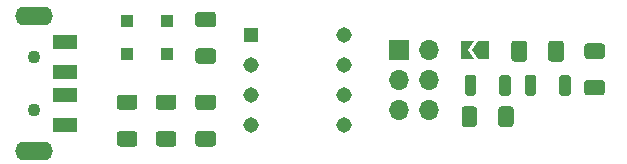
<source format=gbr>
%TF.GenerationSoftware,KiCad,Pcbnew,(5.1.10)-1*%
%TF.CreationDate,2022-01-25T20:11:50-05:00*%
%TF.ProjectId,ISP_Arduino,4953505f-4172-4647-9569-6e6f2e6b6963,rev?*%
%TF.SameCoordinates,Original*%
%TF.FileFunction,Soldermask,Top*%
%TF.FilePolarity,Negative*%
%FSLAX46Y46*%
G04 Gerber Fmt 4.6, Leading zero omitted, Abs format (unit mm)*
G04 Created by KiCad (PCBNEW (5.1.10)-1) date 2022-01-25 20:11:50*
%MOMM*%
%LPD*%
G01*
G04 APERTURE LIST*
%ADD10R,1.100000X1.100000*%
%ADD11C,0.100000*%
%ADD12C,1.308000*%
%ADD13R,1.308000X1.308000*%
%ADD14O,1.700000X1.700000*%
%ADD15R,1.700000X1.700000*%
%ADD16R,2.000000X1.200000*%
%ADD17C,1.100000*%
%ADD18O,3.200000X1.600000*%
G04 APERTURE END LIST*
D10*
%TO.C,D2*%
X123800000Y-83850000D03*
X123800000Y-86650000D03*
%TD*%
%TO.C,D1*%
X127150000Y-83850000D03*
X127150000Y-86650000D03*
%TD*%
D11*
%TO.C,JP1*%
G36*
X152975000Y-86300000D02*
G01*
X153475000Y-85550000D01*
X154475000Y-85550000D01*
X154475000Y-87050000D01*
X153475000Y-87050000D01*
X152975000Y-86300000D01*
G37*
G36*
X152025000Y-85550000D02*
G01*
X153175000Y-85550000D01*
X152675000Y-86300000D01*
X153175000Y-87050000D01*
X152025000Y-87050000D01*
X152025000Y-85550000D01*
G37*
%TD*%
D12*
%TO.C,U1*%
X142185000Y-87530000D03*
X142185000Y-90070000D03*
X142185000Y-84990000D03*
X142185000Y-92610000D03*
D13*
X134315000Y-84990000D03*
D12*
X134315000Y-92610000D03*
X134315000Y-87530000D03*
X134315000Y-90070000D03*
%TD*%
%TO.C,R6*%
G36*
G01*
X153425000Y-91300000D02*
X153425000Y-92550000D01*
G75*
G02*
X153175000Y-92800000I-250000J0D01*
G01*
X152375000Y-92800000D01*
G75*
G02*
X152125000Y-92550000I0J250000D01*
G01*
X152125000Y-91300000D01*
G75*
G02*
X152375000Y-91050000I250000J0D01*
G01*
X153175000Y-91050000D01*
G75*
G02*
X153425000Y-91300000I0J-250000D01*
G01*
G37*
G36*
G01*
X156525000Y-91300000D02*
X156525000Y-92550000D01*
G75*
G02*
X156275000Y-92800000I-250000J0D01*
G01*
X155475000Y-92800000D01*
G75*
G02*
X155225000Y-92550000I0J250000D01*
G01*
X155225000Y-91300000D01*
G75*
G02*
X155475000Y-91050000I250000J0D01*
G01*
X156275000Y-91050000D01*
G75*
G02*
X156525000Y-91300000I0J-250000D01*
G01*
G37*
%TD*%
%TO.C,R5*%
G36*
G01*
X164000000Y-87025000D02*
X162750000Y-87025000D01*
G75*
G02*
X162500000Y-86775000I0J250000D01*
G01*
X162500000Y-85975000D01*
G75*
G02*
X162750000Y-85725000I250000J0D01*
G01*
X164000000Y-85725000D01*
G75*
G02*
X164250000Y-85975000I0J-250000D01*
G01*
X164250000Y-86775000D01*
G75*
G02*
X164000000Y-87025000I-250000J0D01*
G01*
G37*
G36*
G01*
X164000000Y-90125000D02*
X162750000Y-90125000D01*
G75*
G02*
X162500000Y-89875000I0J250000D01*
G01*
X162500000Y-89075000D01*
G75*
G02*
X162750000Y-88825000I250000J0D01*
G01*
X164000000Y-88825000D01*
G75*
G02*
X164250000Y-89075000I0J-250000D01*
G01*
X164250000Y-89875000D01*
G75*
G02*
X164000000Y-90125000I-250000J0D01*
G01*
G37*
%TD*%
%TO.C,R4*%
G36*
G01*
X131075000Y-91350000D02*
X129825000Y-91350000D01*
G75*
G02*
X129575000Y-91100000I0J250000D01*
G01*
X129575000Y-90300000D01*
G75*
G02*
X129825000Y-90050000I250000J0D01*
G01*
X131075000Y-90050000D01*
G75*
G02*
X131325000Y-90300000I0J-250000D01*
G01*
X131325000Y-91100000D01*
G75*
G02*
X131075000Y-91350000I-250000J0D01*
G01*
G37*
G36*
G01*
X131075000Y-94450000D02*
X129825000Y-94450000D01*
G75*
G02*
X129575000Y-94200000I0J250000D01*
G01*
X129575000Y-93400000D01*
G75*
G02*
X129825000Y-93150000I250000J0D01*
G01*
X131075000Y-93150000D01*
G75*
G02*
X131325000Y-93400000I0J-250000D01*
G01*
X131325000Y-94200000D01*
G75*
G02*
X131075000Y-94450000I-250000J0D01*
G01*
G37*
%TD*%
%TO.C,R3*%
G36*
G01*
X129825000Y-86150000D02*
X131075000Y-86150000D01*
G75*
G02*
X131325000Y-86400000I0J-250000D01*
G01*
X131325000Y-87200000D01*
G75*
G02*
X131075000Y-87450000I-250000J0D01*
G01*
X129825000Y-87450000D01*
G75*
G02*
X129575000Y-87200000I0J250000D01*
G01*
X129575000Y-86400000D01*
G75*
G02*
X129825000Y-86150000I250000J0D01*
G01*
G37*
G36*
G01*
X129825000Y-83050000D02*
X131075000Y-83050000D01*
G75*
G02*
X131325000Y-83300000I0J-250000D01*
G01*
X131325000Y-84100000D01*
G75*
G02*
X131075000Y-84350000I-250000J0D01*
G01*
X129825000Y-84350000D01*
G75*
G02*
X129575000Y-84100000I0J250000D01*
G01*
X129575000Y-83300000D01*
G75*
G02*
X129825000Y-83050000I250000J0D01*
G01*
G37*
%TD*%
%TO.C,R2*%
G36*
G01*
X127725000Y-91350000D02*
X126475000Y-91350000D01*
G75*
G02*
X126225000Y-91100000I0J250000D01*
G01*
X126225000Y-90300000D01*
G75*
G02*
X126475000Y-90050000I250000J0D01*
G01*
X127725000Y-90050000D01*
G75*
G02*
X127975000Y-90300000I0J-250000D01*
G01*
X127975000Y-91100000D01*
G75*
G02*
X127725000Y-91350000I-250000J0D01*
G01*
G37*
G36*
G01*
X127725000Y-94450000D02*
X126475000Y-94450000D01*
G75*
G02*
X126225000Y-94200000I0J250000D01*
G01*
X126225000Y-93400000D01*
G75*
G02*
X126475000Y-93150000I250000J0D01*
G01*
X127725000Y-93150000D01*
G75*
G02*
X127975000Y-93400000I0J-250000D01*
G01*
X127975000Y-94200000D01*
G75*
G02*
X127725000Y-94450000I-250000J0D01*
G01*
G37*
%TD*%
%TO.C,R1*%
G36*
G01*
X124425000Y-91350000D02*
X123175000Y-91350000D01*
G75*
G02*
X122925000Y-91100000I0J250000D01*
G01*
X122925000Y-90300000D01*
G75*
G02*
X123175000Y-90050000I250000J0D01*
G01*
X124425000Y-90050000D01*
G75*
G02*
X124675000Y-90300000I0J-250000D01*
G01*
X124675000Y-91100000D01*
G75*
G02*
X124425000Y-91350000I-250000J0D01*
G01*
G37*
G36*
G01*
X124425000Y-94450000D02*
X123175000Y-94450000D01*
G75*
G02*
X122925000Y-94200000I0J250000D01*
G01*
X122925000Y-93400000D01*
G75*
G02*
X123175000Y-93150000I250000J0D01*
G01*
X124425000Y-93150000D01*
G75*
G02*
X124675000Y-93400000I0J-250000D01*
G01*
X124675000Y-94200000D01*
G75*
G02*
X124425000Y-94450000I-250000J0D01*
G01*
G37*
%TD*%
D14*
%TO.C,J2*%
X149340000Y-91380000D03*
X146800000Y-91380000D03*
X149340000Y-88840000D03*
X146800000Y-88840000D03*
X149340000Y-86300000D03*
D15*
X146800000Y-86300000D03*
%TD*%
D16*
%TO.C,J1*%
X118500000Y-85600000D03*
X118500000Y-92600000D03*
X118500000Y-88100000D03*
X118500000Y-90100000D03*
D17*
X115900000Y-86850000D03*
X115900000Y-91350000D03*
D18*
X115900000Y-83400000D03*
X115900000Y-94800000D03*
%TD*%
%TO.C,D4*%
G36*
G01*
X153365000Y-88581600D02*
X153365000Y-89968400D01*
G75*
G02*
X153198400Y-90135000I-166600J0D01*
G01*
X152551600Y-90135000D01*
G75*
G02*
X152385000Y-89968400I0J166600D01*
G01*
X152385000Y-88581600D01*
G75*
G02*
X152551600Y-88415000I166600J0D01*
G01*
X153198400Y-88415000D01*
G75*
G02*
X153365000Y-88581600I0J-166600D01*
G01*
G37*
G36*
G01*
X156285000Y-88581600D02*
X156285000Y-89968400D01*
G75*
G02*
X156118400Y-90135000I-166600J0D01*
G01*
X155471600Y-90135000D01*
G75*
G02*
X155305000Y-89968400I0J166600D01*
G01*
X155305000Y-88581600D01*
G75*
G02*
X155471600Y-88415000I166600J0D01*
G01*
X156118400Y-88415000D01*
G75*
G02*
X156285000Y-88581600I0J-166600D01*
G01*
G37*
%TD*%
%TO.C,D3*%
G36*
G01*
X158440000Y-88581600D02*
X158440000Y-89968400D01*
G75*
G02*
X158273400Y-90135000I-166600J0D01*
G01*
X157626600Y-90135000D01*
G75*
G02*
X157460000Y-89968400I0J166600D01*
G01*
X157460000Y-88581600D01*
G75*
G02*
X157626600Y-88415000I166600J0D01*
G01*
X158273400Y-88415000D01*
G75*
G02*
X158440000Y-88581600I0J-166600D01*
G01*
G37*
G36*
G01*
X161360000Y-88581600D02*
X161360000Y-89968400D01*
G75*
G02*
X161193400Y-90135000I-166600J0D01*
G01*
X160546600Y-90135000D01*
G75*
G02*
X160380000Y-89968400I0J166600D01*
G01*
X160380000Y-88581600D01*
G75*
G02*
X160546600Y-88415000I166600J0D01*
G01*
X161193400Y-88415000D01*
G75*
G02*
X161360000Y-88581600I0J-166600D01*
G01*
G37*
%TD*%
%TO.C,C1*%
G36*
G01*
X159450000Y-87025001D02*
X159450000Y-85724999D01*
G75*
G02*
X159699999Y-85475000I249999J0D01*
G01*
X160525001Y-85475000D01*
G75*
G02*
X160775000Y-85724999I0J-249999D01*
G01*
X160775000Y-87025001D01*
G75*
G02*
X160525001Y-87275000I-249999J0D01*
G01*
X159699999Y-87275000D01*
G75*
G02*
X159450000Y-87025001I0J249999D01*
G01*
G37*
G36*
G01*
X156325000Y-87025001D02*
X156325000Y-85724999D01*
G75*
G02*
X156574999Y-85475000I249999J0D01*
G01*
X157400001Y-85475000D01*
G75*
G02*
X157650000Y-85724999I0J-249999D01*
G01*
X157650000Y-87025001D01*
G75*
G02*
X157400001Y-87275000I-249999J0D01*
G01*
X156574999Y-87275000D01*
G75*
G02*
X156325000Y-87025001I0J249999D01*
G01*
G37*
%TD*%
M02*

</source>
